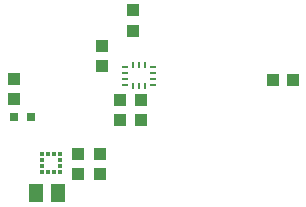
<source format=gbr>
G04 EAGLE Gerber RS-274X export*
G75*
%MOMM*%
%FSLAX34Y34*%
%LPD*%
%INSolderpaste Top*%
%IPPOS*%
%AMOC8*
5,1,8,0,0,1.08239X$1,22.5*%
G01*
%ADD10R,0.800000X0.800000*%
%ADD11R,1.000000X1.100000*%
%ADD12R,1.100000X1.000000*%
%ADD13R,0.475000X0.250000*%
%ADD14R,0.250000X0.475000*%
%ADD15R,0.450000X0.350000*%
%ADD16R,0.350000X0.450000*%
%ADD17R,1.300000X1.500000*%


D10*
X240181Y311061D03*
X255181Y311061D03*
D11*
X459364Y342915D03*
X476364Y342915D03*
D12*
X240222Y326257D03*
X240222Y343257D03*
D13*
X334577Y353722D03*
X334577Y348722D03*
X334577Y343722D03*
X334577Y338722D03*
D14*
X341202Y337097D03*
X346202Y337097D03*
X351202Y337097D03*
D13*
X357827Y338722D03*
X357827Y343722D03*
X357827Y348722D03*
X357827Y353722D03*
D14*
X351202Y355347D03*
X346202Y355347D03*
X341202Y355347D03*
D15*
X264421Y279521D03*
X264421Y274521D03*
X264421Y269521D03*
X264421Y264521D03*
D16*
X269521Y264421D03*
X274521Y264421D03*
D15*
X279621Y264521D03*
X279621Y269521D03*
X279621Y274521D03*
X279621Y279521D03*
D16*
X274521Y279621D03*
X269521Y279621D03*
D12*
X315138Y371504D03*
X315138Y354504D03*
X340779Y384438D03*
X340779Y401438D03*
D11*
X330098Y308492D03*
X330098Y325492D03*
X348196Y308441D03*
X348196Y325441D03*
X313296Y280178D03*
X313296Y263178D03*
X294373Y280001D03*
X294373Y263001D03*
D17*
X258813Y246710D03*
X277813Y246710D03*
M02*

</source>
